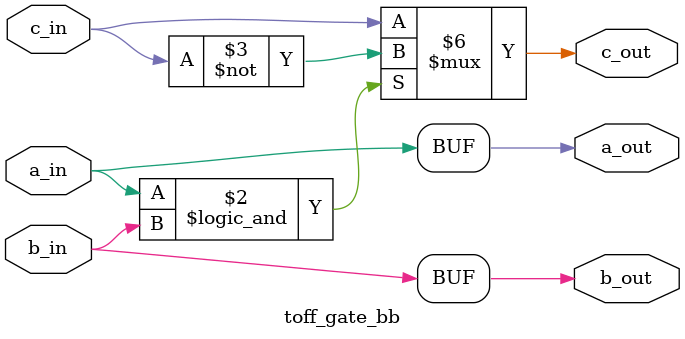
<source format=v>

module toff_gate_bb(a_in,b_in,c_in,a_out,b_out,c_out);
        
        input a_in, b_in, c_in;

        output a_out, b_out, c_out;

        reg a_out, b_out, c_out;
        
        always @* begin

        if (a_in && b_in)

                 c_out = ~c_in;

        else 

                c_out = c_in;

        end 
        
        always @* {a_out,b_out} = {a_in,b_in};

endmodule


</source>
